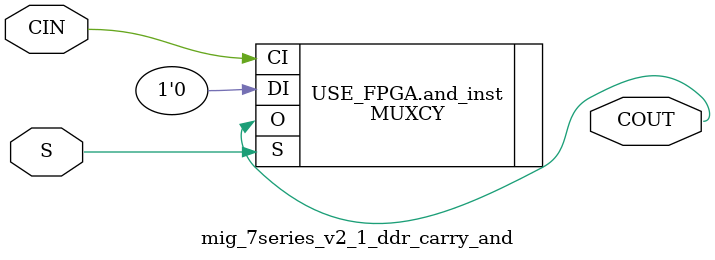
<source format=v>
`timescale 1ps/1ps


module mig_7series_v2_1_ddr_carry_and #
  (
   parameter         C_FAMILY                         = "virtex6"
                       // FPGA Family. Current version: virtex6 or spartan6.
   )
  (
   input  wire        CIN,
   input  wire        S,
   output wire        COUT
   );
  
  
  /////////////////////////////////////////////////////////////////////////////
  // Variables for generating parameter controlled instances.
  /////////////////////////////////////////////////////////////////////////////
  
  
  /////////////////////////////////////////////////////////////////////////////
  // Local params
  /////////////////////////////////////////////////////////////////////////////
  
  
  /////////////////////////////////////////////////////////////////////////////
  // Functions
  /////////////////////////////////////////////////////////////////////////////
  
  
  /////////////////////////////////////////////////////////////////////////////
  // Internal signals
  /////////////////////////////////////////////////////////////////////////////

  
  /////////////////////////////////////////////////////////////////////////////
  // Instantiate or use RTL code
  /////////////////////////////////////////////////////////////////////////////
  
  generate
    if ( C_FAMILY == "rtl" ) begin : USE_RTL
      assign COUT = CIN & S;
      
    end else begin : USE_FPGA
      MUXCY and_inst 
      (
       .O (COUT), 
       .CI (CIN), 
       .DI (1'b0), 
       .S (S)
      ); 
      
    end
  endgenerate
  
  
endmodule

</source>
